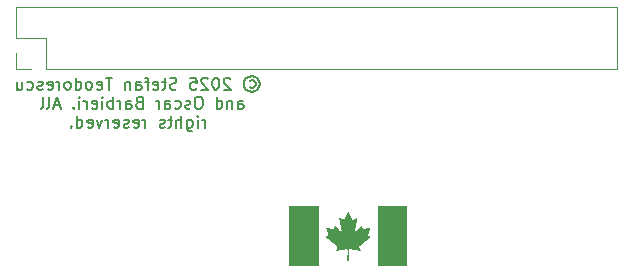
<source format=gbo>
G04 #@! TF.GenerationSoftware,KiCad,Pcbnew,9.0.3*
G04 #@! TF.CreationDate,2025-07-11T16:30:41-04:00*
G04 #@! TF.ProjectId,main,6d61696e-2e6b-4696-9361-645f70636258,rev?*
G04 #@! TF.SameCoordinates,Original*
G04 #@! TF.FileFunction,Legend,Bot*
G04 #@! TF.FilePolarity,Positive*
%FSLAX46Y46*%
G04 Gerber Fmt 4.6, Leading zero omitted, Abs format (unit mm)*
G04 Created by KiCad (PCBNEW 9.0.3) date 2025-07-11 16:30:41*
%MOMM*%
%LPD*%
G01*
G04 APERTURE LIST*
%ADD10C,0.150000*%
%ADD11C,0.120000*%
%ADD12C,0.000000*%
G04 APERTURE END LIST*
D10*
X126828572Y-77088026D02*
X126923811Y-77040407D01*
X126923811Y-77040407D02*
X127114287Y-77040407D01*
X127114287Y-77040407D02*
X127209525Y-77088026D01*
X127209525Y-77088026D02*
X127304763Y-77183264D01*
X127304763Y-77183264D02*
X127352382Y-77278502D01*
X127352382Y-77278502D02*
X127352382Y-77468978D01*
X127352382Y-77468978D02*
X127304763Y-77564216D01*
X127304763Y-77564216D02*
X127209525Y-77659454D01*
X127209525Y-77659454D02*
X127114287Y-77707073D01*
X127114287Y-77707073D02*
X126923811Y-77707073D01*
X126923811Y-77707073D02*
X126828572Y-77659454D01*
X127019049Y-76707073D02*
X127257144Y-76754692D01*
X127257144Y-76754692D02*
X127495239Y-76897550D01*
X127495239Y-76897550D02*
X127638096Y-77135645D01*
X127638096Y-77135645D02*
X127685715Y-77373740D01*
X127685715Y-77373740D02*
X127638096Y-77611835D01*
X127638096Y-77611835D02*
X127495239Y-77849931D01*
X127495239Y-77849931D02*
X127257144Y-77992788D01*
X127257144Y-77992788D02*
X127019049Y-78040407D01*
X127019049Y-78040407D02*
X126780953Y-77992788D01*
X126780953Y-77992788D02*
X126542858Y-77849931D01*
X126542858Y-77849931D02*
X126400001Y-77611835D01*
X126400001Y-77611835D02*
X126352382Y-77373740D01*
X126352382Y-77373740D02*
X126400001Y-77135645D01*
X126400001Y-77135645D02*
X126542858Y-76897550D01*
X126542858Y-76897550D02*
X126780953Y-76754692D01*
X126780953Y-76754692D02*
X127019049Y-76707073D01*
X125209524Y-76945169D02*
X125161905Y-76897550D01*
X125161905Y-76897550D02*
X125066667Y-76849931D01*
X125066667Y-76849931D02*
X124828572Y-76849931D01*
X124828572Y-76849931D02*
X124733334Y-76897550D01*
X124733334Y-76897550D02*
X124685715Y-76945169D01*
X124685715Y-76945169D02*
X124638096Y-77040407D01*
X124638096Y-77040407D02*
X124638096Y-77135645D01*
X124638096Y-77135645D02*
X124685715Y-77278502D01*
X124685715Y-77278502D02*
X125257143Y-77849931D01*
X125257143Y-77849931D02*
X124638096Y-77849931D01*
X124019048Y-76849931D02*
X123923810Y-76849931D01*
X123923810Y-76849931D02*
X123828572Y-76897550D01*
X123828572Y-76897550D02*
X123780953Y-76945169D01*
X123780953Y-76945169D02*
X123733334Y-77040407D01*
X123733334Y-77040407D02*
X123685715Y-77230883D01*
X123685715Y-77230883D02*
X123685715Y-77468978D01*
X123685715Y-77468978D02*
X123733334Y-77659454D01*
X123733334Y-77659454D02*
X123780953Y-77754692D01*
X123780953Y-77754692D02*
X123828572Y-77802312D01*
X123828572Y-77802312D02*
X123923810Y-77849931D01*
X123923810Y-77849931D02*
X124019048Y-77849931D01*
X124019048Y-77849931D02*
X124114286Y-77802312D01*
X124114286Y-77802312D02*
X124161905Y-77754692D01*
X124161905Y-77754692D02*
X124209524Y-77659454D01*
X124209524Y-77659454D02*
X124257143Y-77468978D01*
X124257143Y-77468978D02*
X124257143Y-77230883D01*
X124257143Y-77230883D02*
X124209524Y-77040407D01*
X124209524Y-77040407D02*
X124161905Y-76945169D01*
X124161905Y-76945169D02*
X124114286Y-76897550D01*
X124114286Y-76897550D02*
X124019048Y-76849931D01*
X123304762Y-76945169D02*
X123257143Y-76897550D01*
X123257143Y-76897550D02*
X123161905Y-76849931D01*
X123161905Y-76849931D02*
X122923810Y-76849931D01*
X122923810Y-76849931D02*
X122828572Y-76897550D01*
X122828572Y-76897550D02*
X122780953Y-76945169D01*
X122780953Y-76945169D02*
X122733334Y-77040407D01*
X122733334Y-77040407D02*
X122733334Y-77135645D01*
X122733334Y-77135645D02*
X122780953Y-77278502D01*
X122780953Y-77278502D02*
X123352381Y-77849931D01*
X123352381Y-77849931D02*
X122733334Y-77849931D01*
X121828572Y-76849931D02*
X122304762Y-76849931D01*
X122304762Y-76849931D02*
X122352381Y-77326121D01*
X122352381Y-77326121D02*
X122304762Y-77278502D01*
X122304762Y-77278502D02*
X122209524Y-77230883D01*
X122209524Y-77230883D02*
X121971429Y-77230883D01*
X121971429Y-77230883D02*
X121876191Y-77278502D01*
X121876191Y-77278502D02*
X121828572Y-77326121D01*
X121828572Y-77326121D02*
X121780953Y-77421359D01*
X121780953Y-77421359D02*
X121780953Y-77659454D01*
X121780953Y-77659454D02*
X121828572Y-77754692D01*
X121828572Y-77754692D02*
X121876191Y-77802312D01*
X121876191Y-77802312D02*
X121971429Y-77849931D01*
X121971429Y-77849931D02*
X122209524Y-77849931D01*
X122209524Y-77849931D02*
X122304762Y-77802312D01*
X122304762Y-77802312D02*
X122352381Y-77754692D01*
X120638095Y-77802312D02*
X120495238Y-77849931D01*
X120495238Y-77849931D02*
X120257143Y-77849931D01*
X120257143Y-77849931D02*
X120161905Y-77802312D01*
X120161905Y-77802312D02*
X120114286Y-77754692D01*
X120114286Y-77754692D02*
X120066667Y-77659454D01*
X120066667Y-77659454D02*
X120066667Y-77564216D01*
X120066667Y-77564216D02*
X120114286Y-77468978D01*
X120114286Y-77468978D02*
X120161905Y-77421359D01*
X120161905Y-77421359D02*
X120257143Y-77373740D01*
X120257143Y-77373740D02*
X120447619Y-77326121D01*
X120447619Y-77326121D02*
X120542857Y-77278502D01*
X120542857Y-77278502D02*
X120590476Y-77230883D01*
X120590476Y-77230883D02*
X120638095Y-77135645D01*
X120638095Y-77135645D02*
X120638095Y-77040407D01*
X120638095Y-77040407D02*
X120590476Y-76945169D01*
X120590476Y-76945169D02*
X120542857Y-76897550D01*
X120542857Y-76897550D02*
X120447619Y-76849931D01*
X120447619Y-76849931D02*
X120209524Y-76849931D01*
X120209524Y-76849931D02*
X120066667Y-76897550D01*
X119780952Y-77183264D02*
X119400000Y-77183264D01*
X119638095Y-76849931D02*
X119638095Y-77707073D01*
X119638095Y-77707073D02*
X119590476Y-77802312D01*
X119590476Y-77802312D02*
X119495238Y-77849931D01*
X119495238Y-77849931D02*
X119400000Y-77849931D01*
X118685714Y-77802312D02*
X118780952Y-77849931D01*
X118780952Y-77849931D02*
X118971428Y-77849931D01*
X118971428Y-77849931D02*
X119066666Y-77802312D01*
X119066666Y-77802312D02*
X119114285Y-77707073D01*
X119114285Y-77707073D02*
X119114285Y-77326121D01*
X119114285Y-77326121D02*
X119066666Y-77230883D01*
X119066666Y-77230883D02*
X118971428Y-77183264D01*
X118971428Y-77183264D02*
X118780952Y-77183264D01*
X118780952Y-77183264D02*
X118685714Y-77230883D01*
X118685714Y-77230883D02*
X118638095Y-77326121D01*
X118638095Y-77326121D02*
X118638095Y-77421359D01*
X118638095Y-77421359D02*
X119114285Y-77516597D01*
X118352380Y-77183264D02*
X117971428Y-77183264D01*
X118209523Y-77849931D02*
X118209523Y-76992788D01*
X118209523Y-76992788D02*
X118161904Y-76897550D01*
X118161904Y-76897550D02*
X118066666Y-76849931D01*
X118066666Y-76849931D02*
X117971428Y-76849931D01*
X117209523Y-77849931D02*
X117209523Y-77326121D01*
X117209523Y-77326121D02*
X117257142Y-77230883D01*
X117257142Y-77230883D02*
X117352380Y-77183264D01*
X117352380Y-77183264D02*
X117542856Y-77183264D01*
X117542856Y-77183264D02*
X117638094Y-77230883D01*
X117209523Y-77802312D02*
X117304761Y-77849931D01*
X117304761Y-77849931D02*
X117542856Y-77849931D01*
X117542856Y-77849931D02*
X117638094Y-77802312D01*
X117638094Y-77802312D02*
X117685713Y-77707073D01*
X117685713Y-77707073D02*
X117685713Y-77611835D01*
X117685713Y-77611835D02*
X117638094Y-77516597D01*
X117638094Y-77516597D02*
X117542856Y-77468978D01*
X117542856Y-77468978D02*
X117304761Y-77468978D01*
X117304761Y-77468978D02*
X117209523Y-77421359D01*
X116733332Y-77183264D02*
X116733332Y-77849931D01*
X116733332Y-77278502D02*
X116685713Y-77230883D01*
X116685713Y-77230883D02*
X116590475Y-77183264D01*
X116590475Y-77183264D02*
X116447618Y-77183264D01*
X116447618Y-77183264D02*
X116352380Y-77230883D01*
X116352380Y-77230883D02*
X116304761Y-77326121D01*
X116304761Y-77326121D02*
X116304761Y-77849931D01*
X115209522Y-76849931D02*
X114638094Y-76849931D01*
X114923808Y-77849931D02*
X114923808Y-76849931D01*
X113923808Y-77802312D02*
X114019046Y-77849931D01*
X114019046Y-77849931D02*
X114209522Y-77849931D01*
X114209522Y-77849931D02*
X114304760Y-77802312D01*
X114304760Y-77802312D02*
X114352379Y-77707073D01*
X114352379Y-77707073D02*
X114352379Y-77326121D01*
X114352379Y-77326121D02*
X114304760Y-77230883D01*
X114304760Y-77230883D02*
X114209522Y-77183264D01*
X114209522Y-77183264D02*
X114019046Y-77183264D01*
X114019046Y-77183264D02*
X113923808Y-77230883D01*
X113923808Y-77230883D02*
X113876189Y-77326121D01*
X113876189Y-77326121D02*
X113876189Y-77421359D01*
X113876189Y-77421359D02*
X114352379Y-77516597D01*
X113304760Y-77849931D02*
X113399998Y-77802312D01*
X113399998Y-77802312D02*
X113447617Y-77754692D01*
X113447617Y-77754692D02*
X113495236Y-77659454D01*
X113495236Y-77659454D02*
X113495236Y-77373740D01*
X113495236Y-77373740D02*
X113447617Y-77278502D01*
X113447617Y-77278502D02*
X113399998Y-77230883D01*
X113399998Y-77230883D02*
X113304760Y-77183264D01*
X113304760Y-77183264D02*
X113161903Y-77183264D01*
X113161903Y-77183264D02*
X113066665Y-77230883D01*
X113066665Y-77230883D02*
X113019046Y-77278502D01*
X113019046Y-77278502D02*
X112971427Y-77373740D01*
X112971427Y-77373740D02*
X112971427Y-77659454D01*
X112971427Y-77659454D02*
X113019046Y-77754692D01*
X113019046Y-77754692D02*
X113066665Y-77802312D01*
X113066665Y-77802312D02*
X113161903Y-77849931D01*
X113161903Y-77849931D02*
X113304760Y-77849931D01*
X112114284Y-77849931D02*
X112114284Y-76849931D01*
X112114284Y-77802312D02*
X112209522Y-77849931D01*
X112209522Y-77849931D02*
X112399998Y-77849931D01*
X112399998Y-77849931D02*
X112495236Y-77802312D01*
X112495236Y-77802312D02*
X112542855Y-77754692D01*
X112542855Y-77754692D02*
X112590474Y-77659454D01*
X112590474Y-77659454D02*
X112590474Y-77373740D01*
X112590474Y-77373740D02*
X112542855Y-77278502D01*
X112542855Y-77278502D02*
X112495236Y-77230883D01*
X112495236Y-77230883D02*
X112399998Y-77183264D01*
X112399998Y-77183264D02*
X112209522Y-77183264D01*
X112209522Y-77183264D02*
X112114284Y-77230883D01*
X111495236Y-77849931D02*
X111590474Y-77802312D01*
X111590474Y-77802312D02*
X111638093Y-77754692D01*
X111638093Y-77754692D02*
X111685712Y-77659454D01*
X111685712Y-77659454D02*
X111685712Y-77373740D01*
X111685712Y-77373740D02*
X111638093Y-77278502D01*
X111638093Y-77278502D02*
X111590474Y-77230883D01*
X111590474Y-77230883D02*
X111495236Y-77183264D01*
X111495236Y-77183264D02*
X111352379Y-77183264D01*
X111352379Y-77183264D02*
X111257141Y-77230883D01*
X111257141Y-77230883D02*
X111209522Y-77278502D01*
X111209522Y-77278502D02*
X111161903Y-77373740D01*
X111161903Y-77373740D02*
X111161903Y-77659454D01*
X111161903Y-77659454D02*
X111209522Y-77754692D01*
X111209522Y-77754692D02*
X111257141Y-77802312D01*
X111257141Y-77802312D02*
X111352379Y-77849931D01*
X111352379Y-77849931D02*
X111495236Y-77849931D01*
X110733331Y-77849931D02*
X110733331Y-77183264D01*
X110733331Y-77373740D02*
X110685712Y-77278502D01*
X110685712Y-77278502D02*
X110638093Y-77230883D01*
X110638093Y-77230883D02*
X110542855Y-77183264D01*
X110542855Y-77183264D02*
X110447617Y-77183264D01*
X109733331Y-77802312D02*
X109828569Y-77849931D01*
X109828569Y-77849931D02*
X110019045Y-77849931D01*
X110019045Y-77849931D02*
X110114283Y-77802312D01*
X110114283Y-77802312D02*
X110161902Y-77707073D01*
X110161902Y-77707073D02*
X110161902Y-77326121D01*
X110161902Y-77326121D02*
X110114283Y-77230883D01*
X110114283Y-77230883D02*
X110019045Y-77183264D01*
X110019045Y-77183264D02*
X109828569Y-77183264D01*
X109828569Y-77183264D02*
X109733331Y-77230883D01*
X109733331Y-77230883D02*
X109685712Y-77326121D01*
X109685712Y-77326121D02*
X109685712Y-77421359D01*
X109685712Y-77421359D02*
X110161902Y-77516597D01*
X109304759Y-77802312D02*
X109209521Y-77849931D01*
X109209521Y-77849931D02*
X109019045Y-77849931D01*
X109019045Y-77849931D02*
X108923807Y-77802312D01*
X108923807Y-77802312D02*
X108876188Y-77707073D01*
X108876188Y-77707073D02*
X108876188Y-77659454D01*
X108876188Y-77659454D02*
X108923807Y-77564216D01*
X108923807Y-77564216D02*
X109019045Y-77516597D01*
X109019045Y-77516597D02*
X109161902Y-77516597D01*
X109161902Y-77516597D02*
X109257140Y-77468978D01*
X109257140Y-77468978D02*
X109304759Y-77373740D01*
X109304759Y-77373740D02*
X109304759Y-77326121D01*
X109304759Y-77326121D02*
X109257140Y-77230883D01*
X109257140Y-77230883D02*
X109161902Y-77183264D01*
X109161902Y-77183264D02*
X109019045Y-77183264D01*
X109019045Y-77183264D02*
X108923807Y-77230883D01*
X108019045Y-77802312D02*
X108114283Y-77849931D01*
X108114283Y-77849931D02*
X108304759Y-77849931D01*
X108304759Y-77849931D02*
X108399997Y-77802312D01*
X108399997Y-77802312D02*
X108447616Y-77754692D01*
X108447616Y-77754692D02*
X108495235Y-77659454D01*
X108495235Y-77659454D02*
X108495235Y-77373740D01*
X108495235Y-77373740D02*
X108447616Y-77278502D01*
X108447616Y-77278502D02*
X108399997Y-77230883D01*
X108399997Y-77230883D02*
X108304759Y-77183264D01*
X108304759Y-77183264D02*
X108114283Y-77183264D01*
X108114283Y-77183264D02*
X108019045Y-77230883D01*
X107161902Y-77183264D02*
X107161902Y-77849931D01*
X107590473Y-77183264D02*
X107590473Y-77707073D01*
X107590473Y-77707073D02*
X107542854Y-77802312D01*
X107542854Y-77802312D02*
X107447616Y-77849931D01*
X107447616Y-77849931D02*
X107304759Y-77849931D01*
X107304759Y-77849931D02*
X107209521Y-77802312D01*
X107209521Y-77802312D02*
X107161902Y-77754692D01*
X125852382Y-79459875D02*
X125852382Y-78936065D01*
X125852382Y-78936065D02*
X125900001Y-78840827D01*
X125900001Y-78840827D02*
X125995239Y-78793208D01*
X125995239Y-78793208D02*
X126185715Y-78793208D01*
X126185715Y-78793208D02*
X126280953Y-78840827D01*
X125852382Y-79412256D02*
X125947620Y-79459875D01*
X125947620Y-79459875D02*
X126185715Y-79459875D01*
X126185715Y-79459875D02*
X126280953Y-79412256D01*
X126280953Y-79412256D02*
X126328572Y-79317017D01*
X126328572Y-79317017D02*
X126328572Y-79221779D01*
X126328572Y-79221779D02*
X126280953Y-79126541D01*
X126280953Y-79126541D02*
X126185715Y-79078922D01*
X126185715Y-79078922D02*
X125947620Y-79078922D01*
X125947620Y-79078922D02*
X125852382Y-79031303D01*
X125376191Y-78793208D02*
X125376191Y-79459875D01*
X125376191Y-78888446D02*
X125328572Y-78840827D01*
X125328572Y-78840827D02*
X125233334Y-78793208D01*
X125233334Y-78793208D02*
X125090477Y-78793208D01*
X125090477Y-78793208D02*
X124995239Y-78840827D01*
X124995239Y-78840827D02*
X124947620Y-78936065D01*
X124947620Y-78936065D02*
X124947620Y-79459875D01*
X124042858Y-79459875D02*
X124042858Y-78459875D01*
X124042858Y-79412256D02*
X124138096Y-79459875D01*
X124138096Y-79459875D02*
X124328572Y-79459875D01*
X124328572Y-79459875D02*
X124423810Y-79412256D01*
X124423810Y-79412256D02*
X124471429Y-79364636D01*
X124471429Y-79364636D02*
X124519048Y-79269398D01*
X124519048Y-79269398D02*
X124519048Y-78983684D01*
X124519048Y-78983684D02*
X124471429Y-78888446D01*
X124471429Y-78888446D02*
X124423810Y-78840827D01*
X124423810Y-78840827D02*
X124328572Y-78793208D01*
X124328572Y-78793208D02*
X124138096Y-78793208D01*
X124138096Y-78793208D02*
X124042858Y-78840827D01*
X122614286Y-78459875D02*
X122423810Y-78459875D01*
X122423810Y-78459875D02*
X122328572Y-78507494D01*
X122328572Y-78507494D02*
X122233334Y-78602732D01*
X122233334Y-78602732D02*
X122185715Y-78793208D01*
X122185715Y-78793208D02*
X122185715Y-79126541D01*
X122185715Y-79126541D02*
X122233334Y-79317017D01*
X122233334Y-79317017D02*
X122328572Y-79412256D01*
X122328572Y-79412256D02*
X122423810Y-79459875D01*
X122423810Y-79459875D02*
X122614286Y-79459875D01*
X122614286Y-79459875D02*
X122709524Y-79412256D01*
X122709524Y-79412256D02*
X122804762Y-79317017D01*
X122804762Y-79317017D02*
X122852381Y-79126541D01*
X122852381Y-79126541D02*
X122852381Y-78793208D01*
X122852381Y-78793208D02*
X122804762Y-78602732D01*
X122804762Y-78602732D02*
X122709524Y-78507494D01*
X122709524Y-78507494D02*
X122614286Y-78459875D01*
X121804762Y-79412256D02*
X121709524Y-79459875D01*
X121709524Y-79459875D02*
X121519048Y-79459875D01*
X121519048Y-79459875D02*
X121423810Y-79412256D01*
X121423810Y-79412256D02*
X121376191Y-79317017D01*
X121376191Y-79317017D02*
X121376191Y-79269398D01*
X121376191Y-79269398D02*
X121423810Y-79174160D01*
X121423810Y-79174160D02*
X121519048Y-79126541D01*
X121519048Y-79126541D02*
X121661905Y-79126541D01*
X121661905Y-79126541D02*
X121757143Y-79078922D01*
X121757143Y-79078922D02*
X121804762Y-78983684D01*
X121804762Y-78983684D02*
X121804762Y-78936065D01*
X121804762Y-78936065D02*
X121757143Y-78840827D01*
X121757143Y-78840827D02*
X121661905Y-78793208D01*
X121661905Y-78793208D02*
X121519048Y-78793208D01*
X121519048Y-78793208D02*
X121423810Y-78840827D01*
X120519048Y-79412256D02*
X120614286Y-79459875D01*
X120614286Y-79459875D02*
X120804762Y-79459875D01*
X120804762Y-79459875D02*
X120900000Y-79412256D01*
X120900000Y-79412256D02*
X120947619Y-79364636D01*
X120947619Y-79364636D02*
X120995238Y-79269398D01*
X120995238Y-79269398D02*
X120995238Y-78983684D01*
X120995238Y-78983684D02*
X120947619Y-78888446D01*
X120947619Y-78888446D02*
X120900000Y-78840827D01*
X120900000Y-78840827D02*
X120804762Y-78793208D01*
X120804762Y-78793208D02*
X120614286Y-78793208D01*
X120614286Y-78793208D02*
X120519048Y-78840827D01*
X119661905Y-79459875D02*
X119661905Y-78936065D01*
X119661905Y-78936065D02*
X119709524Y-78840827D01*
X119709524Y-78840827D02*
X119804762Y-78793208D01*
X119804762Y-78793208D02*
X119995238Y-78793208D01*
X119995238Y-78793208D02*
X120090476Y-78840827D01*
X119661905Y-79412256D02*
X119757143Y-79459875D01*
X119757143Y-79459875D02*
X119995238Y-79459875D01*
X119995238Y-79459875D02*
X120090476Y-79412256D01*
X120090476Y-79412256D02*
X120138095Y-79317017D01*
X120138095Y-79317017D02*
X120138095Y-79221779D01*
X120138095Y-79221779D02*
X120090476Y-79126541D01*
X120090476Y-79126541D02*
X119995238Y-79078922D01*
X119995238Y-79078922D02*
X119757143Y-79078922D01*
X119757143Y-79078922D02*
X119661905Y-79031303D01*
X119185714Y-79459875D02*
X119185714Y-78793208D01*
X119185714Y-78983684D02*
X119138095Y-78888446D01*
X119138095Y-78888446D02*
X119090476Y-78840827D01*
X119090476Y-78840827D02*
X118995238Y-78793208D01*
X118995238Y-78793208D02*
X118900000Y-78793208D01*
X117471428Y-78936065D02*
X117328571Y-78983684D01*
X117328571Y-78983684D02*
X117280952Y-79031303D01*
X117280952Y-79031303D02*
X117233333Y-79126541D01*
X117233333Y-79126541D02*
X117233333Y-79269398D01*
X117233333Y-79269398D02*
X117280952Y-79364636D01*
X117280952Y-79364636D02*
X117328571Y-79412256D01*
X117328571Y-79412256D02*
X117423809Y-79459875D01*
X117423809Y-79459875D02*
X117804761Y-79459875D01*
X117804761Y-79459875D02*
X117804761Y-78459875D01*
X117804761Y-78459875D02*
X117471428Y-78459875D01*
X117471428Y-78459875D02*
X117376190Y-78507494D01*
X117376190Y-78507494D02*
X117328571Y-78555113D01*
X117328571Y-78555113D02*
X117280952Y-78650351D01*
X117280952Y-78650351D02*
X117280952Y-78745589D01*
X117280952Y-78745589D02*
X117328571Y-78840827D01*
X117328571Y-78840827D02*
X117376190Y-78888446D01*
X117376190Y-78888446D02*
X117471428Y-78936065D01*
X117471428Y-78936065D02*
X117804761Y-78936065D01*
X116376190Y-79459875D02*
X116376190Y-78936065D01*
X116376190Y-78936065D02*
X116423809Y-78840827D01*
X116423809Y-78840827D02*
X116519047Y-78793208D01*
X116519047Y-78793208D02*
X116709523Y-78793208D01*
X116709523Y-78793208D02*
X116804761Y-78840827D01*
X116376190Y-79412256D02*
X116471428Y-79459875D01*
X116471428Y-79459875D02*
X116709523Y-79459875D01*
X116709523Y-79459875D02*
X116804761Y-79412256D01*
X116804761Y-79412256D02*
X116852380Y-79317017D01*
X116852380Y-79317017D02*
X116852380Y-79221779D01*
X116852380Y-79221779D02*
X116804761Y-79126541D01*
X116804761Y-79126541D02*
X116709523Y-79078922D01*
X116709523Y-79078922D02*
X116471428Y-79078922D01*
X116471428Y-79078922D02*
X116376190Y-79031303D01*
X115899999Y-79459875D02*
X115899999Y-78793208D01*
X115899999Y-78983684D02*
X115852380Y-78888446D01*
X115852380Y-78888446D02*
X115804761Y-78840827D01*
X115804761Y-78840827D02*
X115709523Y-78793208D01*
X115709523Y-78793208D02*
X115614285Y-78793208D01*
X115280951Y-79459875D02*
X115280951Y-78459875D01*
X115280951Y-78840827D02*
X115185713Y-78793208D01*
X115185713Y-78793208D02*
X114995237Y-78793208D01*
X114995237Y-78793208D02*
X114899999Y-78840827D01*
X114899999Y-78840827D02*
X114852380Y-78888446D01*
X114852380Y-78888446D02*
X114804761Y-78983684D01*
X114804761Y-78983684D02*
X114804761Y-79269398D01*
X114804761Y-79269398D02*
X114852380Y-79364636D01*
X114852380Y-79364636D02*
X114899999Y-79412256D01*
X114899999Y-79412256D02*
X114995237Y-79459875D01*
X114995237Y-79459875D02*
X115185713Y-79459875D01*
X115185713Y-79459875D02*
X115280951Y-79412256D01*
X114376189Y-79459875D02*
X114376189Y-78793208D01*
X114376189Y-78459875D02*
X114423808Y-78507494D01*
X114423808Y-78507494D02*
X114376189Y-78555113D01*
X114376189Y-78555113D02*
X114328570Y-78507494D01*
X114328570Y-78507494D02*
X114376189Y-78459875D01*
X114376189Y-78459875D02*
X114376189Y-78555113D01*
X113519047Y-79412256D02*
X113614285Y-79459875D01*
X113614285Y-79459875D02*
X113804761Y-79459875D01*
X113804761Y-79459875D02*
X113899999Y-79412256D01*
X113899999Y-79412256D02*
X113947618Y-79317017D01*
X113947618Y-79317017D02*
X113947618Y-78936065D01*
X113947618Y-78936065D02*
X113899999Y-78840827D01*
X113899999Y-78840827D02*
X113804761Y-78793208D01*
X113804761Y-78793208D02*
X113614285Y-78793208D01*
X113614285Y-78793208D02*
X113519047Y-78840827D01*
X113519047Y-78840827D02*
X113471428Y-78936065D01*
X113471428Y-78936065D02*
X113471428Y-79031303D01*
X113471428Y-79031303D02*
X113947618Y-79126541D01*
X113042856Y-79459875D02*
X113042856Y-78793208D01*
X113042856Y-78983684D02*
X112995237Y-78888446D01*
X112995237Y-78888446D02*
X112947618Y-78840827D01*
X112947618Y-78840827D02*
X112852380Y-78793208D01*
X112852380Y-78793208D02*
X112757142Y-78793208D01*
X112423808Y-79459875D02*
X112423808Y-78793208D01*
X112423808Y-78459875D02*
X112471427Y-78507494D01*
X112471427Y-78507494D02*
X112423808Y-78555113D01*
X112423808Y-78555113D02*
X112376189Y-78507494D01*
X112376189Y-78507494D02*
X112423808Y-78459875D01*
X112423808Y-78459875D02*
X112423808Y-78555113D01*
X111947618Y-79364636D02*
X111899999Y-79412256D01*
X111899999Y-79412256D02*
X111947618Y-79459875D01*
X111947618Y-79459875D02*
X111995237Y-79412256D01*
X111995237Y-79412256D02*
X111947618Y-79364636D01*
X111947618Y-79364636D02*
X111947618Y-79459875D01*
X110757142Y-79174160D02*
X110280952Y-79174160D01*
X110852380Y-79459875D02*
X110519047Y-78459875D01*
X110519047Y-78459875D02*
X110185714Y-79459875D01*
X109709523Y-79459875D02*
X109804761Y-79412256D01*
X109804761Y-79412256D02*
X109852380Y-79317017D01*
X109852380Y-79317017D02*
X109852380Y-78459875D01*
X109185713Y-79459875D02*
X109280951Y-79412256D01*
X109280951Y-79412256D02*
X109328570Y-79317017D01*
X109328570Y-79317017D02*
X109328570Y-78459875D01*
X123066667Y-81069819D02*
X123066667Y-80403152D01*
X123066667Y-80593628D02*
X123019048Y-80498390D01*
X123019048Y-80498390D02*
X122971429Y-80450771D01*
X122971429Y-80450771D02*
X122876191Y-80403152D01*
X122876191Y-80403152D02*
X122780953Y-80403152D01*
X122447619Y-81069819D02*
X122447619Y-80403152D01*
X122447619Y-80069819D02*
X122495238Y-80117438D01*
X122495238Y-80117438D02*
X122447619Y-80165057D01*
X122447619Y-80165057D02*
X122400000Y-80117438D01*
X122400000Y-80117438D02*
X122447619Y-80069819D01*
X122447619Y-80069819D02*
X122447619Y-80165057D01*
X121542858Y-80403152D02*
X121542858Y-81212676D01*
X121542858Y-81212676D02*
X121590477Y-81307914D01*
X121590477Y-81307914D02*
X121638096Y-81355533D01*
X121638096Y-81355533D02*
X121733334Y-81403152D01*
X121733334Y-81403152D02*
X121876191Y-81403152D01*
X121876191Y-81403152D02*
X121971429Y-81355533D01*
X121542858Y-81022200D02*
X121638096Y-81069819D01*
X121638096Y-81069819D02*
X121828572Y-81069819D01*
X121828572Y-81069819D02*
X121923810Y-81022200D01*
X121923810Y-81022200D02*
X121971429Y-80974580D01*
X121971429Y-80974580D02*
X122019048Y-80879342D01*
X122019048Y-80879342D02*
X122019048Y-80593628D01*
X122019048Y-80593628D02*
X121971429Y-80498390D01*
X121971429Y-80498390D02*
X121923810Y-80450771D01*
X121923810Y-80450771D02*
X121828572Y-80403152D01*
X121828572Y-80403152D02*
X121638096Y-80403152D01*
X121638096Y-80403152D02*
X121542858Y-80450771D01*
X121066667Y-81069819D02*
X121066667Y-80069819D01*
X120638096Y-81069819D02*
X120638096Y-80546009D01*
X120638096Y-80546009D02*
X120685715Y-80450771D01*
X120685715Y-80450771D02*
X120780953Y-80403152D01*
X120780953Y-80403152D02*
X120923810Y-80403152D01*
X120923810Y-80403152D02*
X121019048Y-80450771D01*
X121019048Y-80450771D02*
X121066667Y-80498390D01*
X120304762Y-80403152D02*
X119923810Y-80403152D01*
X120161905Y-80069819D02*
X120161905Y-80926961D01*
X120161905Y-80926961D02*
X120114286Y-81022200D01*
X120114286Y-81022200D02*
X120019048Y-81069819D01*
X120019048Y-81069819D02*
X119923810Y-81069819D01*
X119638095Y-81022200D02*
X119542857Y-81069819D01*
X119542857Y-81069819D02*
X119352381Y-81069819D01*
X119352381Y-81069819D02*
X119257143Y-81022200D01*
X119257143Y-81022200D02*
X119209524Y-80926961D01*
X119209524Y-80926961D02*
X119209524Y-80879342D01*
X119209524Y-80879342D02*
X119257143Y-80784104D01*
X119257143Y-80784104D02*
X119352381Y-80736485D01*
X119352381Y-80736485D02*
X119495238Y-80736485D01*
X119495238Y-80736485D02*
X119590476Y-80688866D01*
X119590476Y-80688866D02*
X119638095Y-80593628D01*
X119638095Y-80593628D02*
X119638095Y-80546009D01*
X119638095Y-80546009D02*
X119590476Y-80450771D01*
X119590476Y-80450771D02*
X119495238Y-80403152D01*
X119495238Y-80403152D02*
X119352381Y-80403152D01*
X119352381Y-80403152D02*
X119257143Y-80450771D01*
X118019047Y-81069819D02*
X118019047Y-80403152D01*
X118019047Y-80593628D02*
X117971428Y-80498390D01*
X117971428Y-80498390D02*
X117923809Y-80450771D01*
X117923809Y-80450771D02*
X117828571Y-80403152D01*
X117828571Y-80403152D02*
X117733333Y-80403152D01*
X117019047Y-81022200D02*
X117114285Y-81069819D01*
X117114285Y-81069819D02*
X117304761Y-81069819D01*
X117304761Y-81069819D02*
X117399999Y-81022200D01*
X117399999Y-81022200D02*
X117447618Y-80926961D01*
X117447618Y-80926961D02*
X117447618Y-80546009D01*
X117447618Y-80546009D02*
X117399999Y-80450771D01*
X117399999Y-80450771D02*
X117304761Y-80403152D01*
X117304761Y-80403152D02*
X117114285Y-80403152D01*
X117114285Y-80403152D02*
X117019047Y-80450771D01*
X117019047Y-80450771D02*
X116971428Y-80546009D01*
X116971428Y-80546009D02*
X116971428Y-80641247D01*
X116971428Y-80641247D02*
X117447618Y-80736485D01*
X116590475Y-81022200D02*
X116495237Y-81069819D01*
X116495237Y-81069819D02*
X116304761Y-81069819D01*
X116304761Y-81069819D02*
X116209523Y-81022200D01*
X116209523Y-81022200D02*
X116161904Y-80926961D01*
X116161904Y-80926961D02*
X116161904Y-80879342D01*
X116161904Y-80879342D02*
X116209523Y-80784104D01*
X116209523Y-80784104D02*
X116304761Y-80736485D01*
X116304761Y-80736485D02*
X116447618Y-80736485D01*
X116447618Y-80736485D02*
X116542856Y-80688866D01*
X116542856Y-80688866D02*
X116590475Y-80593628D01*
X116590475Y-80593628D02*
X116590475Y-80546009D01*
X116590475Y-80546009D02*
X116542856Y-80450771D01*
X116542856Y-80450771D02*
X116447618Y-80403152D01*
X116447618Y-80403152D02*
X116304761Y-80403152D01*
X116304761Y-80403152D02*
X116209523Y-80450771D01*
X115352380Y-81022200D02*
X115447618Y-81069819D01*
X115447618Y-81069819D02*
X115638094Y-81069819D01*
X115638094Y-81069819D02*
X115733332Y-81022200D01*
X115733332Y-81022200D02*
X115780951Y-80926961D01*
X115780951Y-80926961D02*
X115780951Y-80546009D01*
X115780951Y-80546009D02*
X115733332Y-80450771D01*
X115733332Y-80450771D02*
X115638094Y-80403152D01*
X115638094Y-80403152D02*
X115447618Y-80403152D01*
X115447618Y-80403152D02*
X115352380Y-80450771D01*
X115352380Y-80450771D02*
X115304761Y-80546009D01*
X115304761Y-80546009D02*
X115304761Y-80641247D01*
X115304761Y-80641247D02*
X115780951Y-80736485D01*
X114876189Y-81069819D02*
X114876189Y-80403152D01*
X114876189Y-80593628D02*
X114828570Y-80498390D01*
X114828570Y-80498390D02*
X114780951Y-80450771D01*
X114780951Y-80450771D02*
X114685713Y-80403152D01*
X114685713Y-80403152D02*
X114590475Y-80403152D01*
X114352379Y-80403152D02*
X114114284Y-81069819D01*
X114114284Y-81069819D02*
X113876189Y-80403152D01*
X113114284Y-81022200D02*
X113209522Y-81069819D01*
X113209522Y-81069819D02*
X113399998Y-81069819D01*
X113399998Y-81069819D02*
X113495236Y-81022200D01*
X113495236Y-81022200D02*
X113542855Y-80926961D01*
X113542855Y-80926961D02*
X113542855Y-80546009D01*
X113542855Y-80546009D02*
X113495236Y-80450771D01*
X113495236Y-80450771D02*
X113399998Y-80403152D01*
X113399998Y-80403152D02*
X113209522Y-80403152D01*
X113209522Y-80403152D02*
X113114284Y-80450771D01*
X113114284Y-80450771D02*
X113066665Y-80546009D01*
X113066665Y-80546009D02*
X113066665Y-80641247D01*
X113066665Y-80641247D02*
X113542855Y-80736485D01*
X112209522Y-81069819D02*
X112209522Y-80069819D01*
X112209522Y-81022200D02*
X112304760Y-81069819D01*
X112304760Y-81069819D02*
X112495236Y-81069819D01*
X112495236Y-81069819D02*
X112590474Y-81022200D01*
X112590474Y-81022200D02*
X112638093Y-80974580D01*
X112638093Y-80974580D02*
X112685712Y-80879342D01*
X112685712Y-80879342D02*
X112685712Y-80593628D01*
X112685712Y-80593628D02*
X112638093Y-80498390D01*
X112638093Y-80498390D02*
X112590474Y-80450771D01*
X112590474Y-80450771D02*
X112495236Y-80403152D01*
X112495236Y-80403152D02*
X112304760Y-80403152D01*
X112304760Y-80403152D02*
X112209522Y-80450771D01*
X111733331Y-80974580D02*
X111685712Y-81022200D01*
X111685712Y-81022200D02*
X111733331Y-81069819D01*
X111733331Y-81069819D02*
X111780950Y-81022200D01*
X111780950Y-81022200D02*
X111733331Y-80974580D01*
X111733331Y-80974580D02*
X111733331Y-81069819D01*
D11*
X107040000Y-70900000D02*
X107040000Y-73500000D01*
X107040000Y-70900000D02*
X157960000Y-70900000D01*
X107040000Y-73500000D02*
X109640000Y-73500000D01*
X107040000Y-74770000D02*
X107040000Y-76100000D01*
X107040000Y-76100000D02*
X108370000Y-76100000D01*
X109640000Y-73500000D02*
X109640000Y-76100000D01*
X109640000Y-76100000D02*
X157960000Y-76100000D01*
X157960000Y-70900000D02*
X157960000Y-76100000D01*
D12*
G36*
X132689386Y-90250000D02*
G01*
X132689386Y-92750615D01*
X131439078Y-92750615D01*
X130188770Y-92750615D01*
X130188770Y-90250000D01*
X130188770Y-87749385D01*
X131439078Y-87749385D01*
X132689386Y-87749385D01*
X132689386Y-90250000D01*
G37*
G36*
X140191231Y-90250000D02*
G01*
X140191231Y-92750615D01*
X138940924Y-92750615D01*
X137690616Y-92750615D01*
X137690616Y-90250000D01*
X137690616Y-87749385D01*
X138940924Y-87749385D01*
X140191231Y-87749385D01*
X140191231Y-90250000D01*
G37*
G36*
X135190112Y-88174837D02*
G01*
X135194077Y-88181556D01*
X135203136Y-88198362D01*
X135216799Y-88224305D01*
X135234572Y-88258434D01*
X135255964Y-88299796D01*
X135280483Y-88347442D01*
X135307636Y-88400420D01*
X135336932Y-88457780D01*
X135367879Y-88518569D01*
X135381034Y-88544426D01*
X135420420Y-88621472D01*
X135454563Y-88687643D01*
X135483620Y-88743227D01*
X135507748Y-88788515D01*
X135527100Y-88823796D01*
X135541834Y-88849362D01*
X135552105Y-88865500D01*
X135558069Y-88872503D01*
X135564665Y-88876549D01*
X135574822Y-88881091D01*
X135585833Y-88883007D01*
X135598929Y-88881824D01*
X135615347Y-88877064D01*
X135636319Y-88868254D01*
X135663079Y-88854917D01*
X135696862Y-88836579D01*
X135738901Y-88812763D01*
X135790430Y-88782995D01*
X135813975Y-88769407D01*
X135854009Y-88746677D01*
X135889749Y-88726861D01*
X135919902Y-88710646D01*
X135943175Y-88698725D01*
X135958271Y-88691786D01*
X135963899Y-88690519D01*
X135963356Y-88695331D01*
X135960648Y-88711672D01*
X135955845Y-88738660D01*
X135949118Y-88775398D01*
X135940634Y-88820989D01*
X135930563Y-88874534D01*
X135919073Y-88935137D01*
X135906334Y-89001900D01*
X135892515Y-89073925D01*
X135877785Y-89150315D01*
X135862311Y-89230173D01*
X135850294Y-89292217D01*
X135835275Y-89370246D01*
X135821099Y-89444439D01*
X135807939Y-89513858D01*
X135795969Y-89577568D01*
X135785364Y-89634630D01*
X135776298Y-89684108D01*
X135768943Y-89725064D01*
X135763474Y-89756563D01*
X135760066Y-89777667D01*
X135758891Y-89787438D01*
X135758982Y-89791767D01*
X135763615Y-89812938D01*
X135777133Y-89832611D01*
X135789574Y-89844747D01*
X135803615Y-89851429D01*
X135823516Y-89853027D01*
X135831460Y-89852819D01*
X135851971Y-89848612D01*
X135868620Y-89837398D01*
X135869201Y-89836850D01*
X135877900Y-89828032D01*
X135894098Y-89811149D01*
X135916901Y-89787150D01*
X135945414Y-89756982D01*
X135978743Y-89721594D01*
X136015993Y-89681934D01*
X136056269Y-89638949D01*
X136098677Y-89593588D01*
X136107548Y-89584092D01*
X136148879Y-89539946D01*
X136187432Y-89498920D01*
X136222387Y-89461875D01*
X136252924Y-89429674D01*
X136278224Y-89403179D01*
X136297467Y-89383253D01*
X136309834Y-89370757D01*
X136314505Y-89366554D01*
X136315552Y-89368224D01*
X136320879Y-89379356D01*
X136329949Y-89399526D01*
X136342035Y-89427092D01*
X136356415Y-89460410D01*
X136372364Y-89497836D01*
X136376977Y-89508706D01*
X136396373Y-89553627D01*
X136412302Y-89588442D01*
X136425672Y-89614416D01*
X136437394Y-89632814D01*
X136448377Y-89644902D01*
X136459529Y-89651947D01*
X136471761Y-89655212D01*
X136485981Y-89655964D01*
X136492423Y-89655361D01*
X136511342Y-89652411D01*
X136540159Y-89647249D01*
X136577486Y-89640146D01*
X136621937Y-89631372D01*
X136672122Y-89621199D01*
X136726653Y-89609898D01*
X136784143Y-89597739D01*
X136826558Y-89588740D01*
X136880186Y-89577541D01*
X136929020Y-89567547D01*
X136971821Y-89559001D01*
X137007354Y-89552145D01*
X137034380Y-89547220D01*
X137051664Y-89544470D01*
X137057967Y-89544136D01*
X137057950Y-89544660D01*
X137055584Y-89553897D01*
X137049760Y-89573605D01*
X137040838Y-89602640D01*
X137029178Y-89639861D01*
X137015139Y-89684123D01*
X136999083Y-89734285D01*
X136981368Y-89789203D01*
X136962355Y-89847733D01*
X136951048Y-89882492D01*
X136929097Y-89950485D01*
X136910896Y-90007719D01*
X136896228Y-90054922D01*
X136884879Y-90092827D01*
X136876631Y-90122163D01*
X136871269Y-90143663D01*
X136868577Y-90158055D01*
X136868340Y-90166072D01*
X136871447Y-90176912D01*
X136878412Y-90188621D01*
X136890281Y-90200360D01*
X136908393Y-90213052D01*
X136934091Y-90227620D01*
X136968715Y-90244987D01*
X137013606Y-90266076D01*
X137015532Y-90266964D01*
X137048825Y-90282555D01*
X137077634Y-90296476D01*
X137100232Y-90307858D01*
X137114891Y-90315832D01*
X137119882Y-90319529D01*
X137118095Y-90321212D01*
X137107710Y-90329995D01*
X137088637Y-90345782D01*
X137061531Y-90368038D01*
X137027048Y-90396231D01*
X136985842Y-90429827D01*
X136938568Y-90468294D01*
X136885881Y-90511097D01*
X136828437Y-90557704D01*
X136766889Y-90607582D01*
X136701894Y-90660196D01*
X136634106Y-90715014D01*
X136596321Y-90745579D01*
X136529502Y-90799754D01*
X136465631Y-90851696D01*
X136405388Y-90900844D01*
X136349451Y-90946639D01*
X136298499Y-90988518D01*
X136253213Y-91025924D01*
X136214273Y-91058294D01*
X136182356Y-91085068D01*
X136158143Y-91105687D01*
X136142313Y-91119589D01*
X136135546Y-91126215D01*
X136134003Y-91128463D01*
X136125111Y-91146149D01*
X136121484Y-91162086D01*
X136121546Y-91162990D01*
X136124322Y-91174745D01*
X136130818Y-91196282D01*
X136140483Y-91225945D01*
X136152768Y-91262080D01*
X136167123Y-91303031D01*
X136182997Y-91347145D01*
X136186634Y-91357132D01*
X136202042Y-91399600D01*
X136215787Y-91437736D01*
X136227343Y-91470059D01*
X136236180Y-91495087D01*
X136241773Y-91511338D01*
X136243593Y-91517331D01*
X136239130Y-91516762D01*
X136223301Y-91514217D01*
X136196962Y-91509804D01*
X136161089Y-91503691D01*
X136116654Y-91496047D01*
X136064635Y-91487040D01*
X136006004Y-91476839D01*
X135941738Y-91465611D01*
X135872810Y-91453525D01*
X135800196Y-91440750D01*
X135742266Y-91430581D01*
X135671171Y-91418214D01*
X135603973Y-91406647D01*
X135541725Y-91396055D01*
X135485478Y-91386614D01*
X135436283Y-91378497D01*
X135395190Y-91371880D01*
X135363252Y-91366938D01*
X135341520Y-91363844D01*
X135331045Y-91362774D01*
X135325292Y-91362957D01*
X135294440Y-91370891D01*
X135268203Y-91389890D01*
X135247916Y-91419049D01*
X135233939Y-91447175D01*
X135255460Y-91866025D01*
X135257030Y-91896503D01*
X135260726Y-91967847D01*
X135264286Y-92035916D01*
X135267646Y-92099556D01*
X135270744Y-92157618D01*
X135273519Y-92208950D01*
X135275909Y-92252400D01*
X135277850Y-92286817D01*
X135279282Y-92311050D01*
X135280143Y-92323948D01*
X135283304Y-92363020D01*
X135190001Y-92363020D01*
X135096698Y-92363020D01*
X135099859Y-92323948D01*
X135101412Y-92302545D01*
X135103459Y-92270285D01*
X135105842Y-92229609D01*
X135108504Y-92181747D01*
X135111384Y-92127929D01*
X135114426Y-92069384D01*
X135117570Y-92007341D01*
X135120759Y-91943030D01*
X135123932Y-91877681D01*
X135127033Y-91812522D01*
X135130003Y-91748784D01*
X135132783Y-91687695D01*
X135135314Y-91630486D01*
X135137539Y-91578386D01*
X135139398Y-91532624D01*
X135140834Y-91494430D01*
X135141787Y-91465033D01*
X135142200Y-91445663D01*
X135142014Y-91437550D01*
X135140119Y-91431430D01*
X135127788Y-91408600D01*
X135109666Y-91387076D01*
X135089964Y-91372144D01*
X135088104Y-91371242D01*
X135068485Y-91365232D01*
X135047000Y-91362774D01*
X135043912Y-91363051D01*
X135029182Y-91365121D01*
X135003975Y-91369037D01*
X134969507Y-91374592D01*
X134926997Y-91381577D01*
X134877659Y-91389783D01*
X134822710Y-91399003D01*
X134763368Y-91409027D01*
X134700848Y-91419647D01*
X134636367Y-91430655D01*
X134571142Y-91441842D01*
X134506390Y-91453001D01*
X134443326Y-91463922D01*
X134383168Y-91474397D01*
X134327131Y-91484218D01*
X134276433Y-91493176D01*
X134232291Y-91501063D01*
X134195920Y-91507670D01*
X134168537Y-91512790D01*
X134151360Y-91516213D01*
X134149982Y-91516502D01*
X134145684Y-91516973D01*
X134142978Y-91515550D01*
X134142198Y-91511002D01*
X134143679Y-91502096D01*
X134147753Y-91487599D01*
X134154757Y-91466279D01*
X134165022Y-91436904D01*
X134178885Y-91398240D01*
X134196679Y-91349056D01*
X134199992Y-91339885D01*
X134215606Y-91296019D01*
X134229602Y-91255653D01*
X134241435Y-91220431D01*
X134250562Y-91191999D01*
X134256437Y-91172002D01*
X134258517Y-91162086D01*
X134258434Y-91160193D01*
X134253863Y-91143534D01*
X134244456Y-91126233D01*
X134241898Y-91123528D01*
X134230065Y-91112837D01*
X134209541Y-91095180D01*
X134181006Y-91071115D01*
X134145141Y-91041204D01*
X134102624Y-91006006D01*
X134054135Y-90966082D01*
X134000353Y-90921993D01*
X133941959Y-90874298D01*
X133879632Y-90823557D01*
X133814051Y-90770332D01*
X133745896Y-90715182D01*
X133705578Y-90682596D01*
X133639350Y-90629023D01*
X133576299Y-90577967D01*
X133517081Y-90529959D01*
X133462352Y-90485534D01*
X133412766Y-90445225D01*
X133368979Y-90409565D01*
X133331647Y-90379088D01*
X133301424Y-90354327D01*
X133278967Y-90335817D01*
X133264931Y-90324089D01*
X133259971Y-90319678D01*
X133259963Y-90319593D01*
X133265517Y-90315584D01*
X133280647Y-90307361D01*
X133303629Y-90295794D01*
X133332737Y-90281753D01*
X133366247Y-90266107D01*
X133405676Y-90247677D01*
X133441660Y-90229865D01*
X133468530Y-90214967D01*
X133487624Y-90202061D01*
X133500284Y-90190225D01*
X133507849Y-90178536D01*
X133511661Y-90166072D01*
X133511846Y-90163278D01*
X133510555Y-90152534D01*
X133506712Y-90135088D01*
X133500101Y-90110210D01*
X133490506Y-90077168D01*
X133477711Y-90035229D01*
X133461501Y-89983661D01*
X133441657Y-89921733D01*
X133417966Y-89848714D01*
X133413812Y-89835963D01*
X133395017Y-89778152D01*
X133377534Y-89724172D01*
X133361730Y-89675172D01*
X133347974Y-89632304D01*
X133336634Y-89596717D01*
X133328078Y-89569562D01*
X133322674Y-89551989D01*
X133320791Y-89545149D01*
X133324356Y-89545032D01*
X133338879Y-89547053D01*
X133363453Y-89551304D01*
X133396855Y-89557550D01*
X133437863Y-89565556D01*
X133485254Y-89575087D01*
X133537806Y-89585908D01*
X133594296Y-89597782D01*
X133634374Y-89606233D01*
X133690136Y-89617794D01*
X133741981Y-89628317D01*
X133788525Y-89637535D01*
X133828385Y-89645178D01*
X133860177Y-89650978D01*
X133882517Y-89654666D01*
X133894021Y-89655974D01*
X133897221Y-89655960D01*
X133910949Y-89654780D01*
X133922879Y-89650821D01*
X133933922Y-89642817D01*
X133944985Y-89629504D01*
X133956979Y-89609615D01*
X133970812Y-89581885D01*
X133987396Y-89545047D01*
X134007637Y-89497836D01*
X134016081Y-89478022D01*
X134031408Y-89442678D01*
X134044889Y-89412397D01*
X134055783Y-89388799D01*
X134063351Y-89373504D01*
X134066854Y-89368132D01*
X134067127Y-89368286D01*
X134073477Y-89374312D01*
X134087371Y-89388465D01*
X134107979Y-89409872D01*
X134134472Y-89437660D01*
X134166020Y-89470956D01*
X134201793Y-89508887D01*
X134240962Y-89550582D01*
X134282697Y-89595166D01*
X134287686Y-89600505D01*
X134329767Y-89645476D01*
X134369612Y-89687962D01*
X134406321Y-89727010D01*
X134438996Y-89761671D01*
X134466740Y-89790991D01*
X134488654Y-89814020D01*
X134503839Y-89829807D01*
X134511397Y-89837398D01*
X134516440Y-89841700D01*
X134533608Y-89850544D01*
X134556486Y-89853027D01*
X134574250Y-89851868D01*
X134588692Y-89846013D01*
X134602869Y-89832611D01*
X134603161Y-89832284D01*
X134617020Y-89811368D01*
X134621230Y-89788850D01*
X134620469Y-89781997D01*
X134617492Y-89763177D01*
X134612426Y-89733772D01*
X134605443Y-89694712D01*
X134596716Y-89646927D01*
X134586418Y-89591347D01*
X134574721Y-89528903D01*
X134561797Y-89460524D01*
X134547819Y-89387141D01*
X134532960Y-89309683D01*
X134517392Y-89229081D01*
X134504103Y-89160327D01*
X134489288Y-89083245D01*
X134475390Y-89010460D01*
X134462572Y-88942855D01*
X134450999Y-88881319D01*
X134440837Y-88826736D01*
X134432249Y-88779993D01*
X134425402Y-88741977D01*
X134420460Y-88713572D01*
X134417587Y-88695666D01*
X134416948Y-88689145D01*
X134418803Y-88689506D01*
X134429904Y-88694622D01*
X134449795Y-88704962D01*
X134477154Y-88719804D01*
X134510662Y-88738426D01*
X134548998Y-88760107D01*
X134590839Y-88784125D01*
X134621457Y-88801783D01*
X134667279Y-88827897D01*
X134704317Y-88848343D01*
X134733809Y-88863597D01*
X134756993Y-88874132D01*
X134775109Y-88880426D01*
X134789395Y-88882952D01*
X134801090Y-88882186D01*
X134811432Y-88878604D01*
X134821662Y-88872680D01*
X134821852Y-88872547D01*
X134828275Y-88864606D01*
X134839457Y-88846657D01*
X134855492Y-88818519D01*
X134876478Y-88780015D01*
X134902511Y-88730965D01*
X134933687Y-88671190D01*
X134970102Y-88600511D01*
X135011852Y-88518750D01*
X135015821Y-88510951D01*
X135046624Y-88450531D01*
X135075713Y-88393659D01*
X135102596Y-88341286D01*
X135126781Y-88294362D01*
X135147775Y-88253839D01*
X135165087Y-88220665D01*
X135178223Y-88195793D01*
X135186692Y-88180172D01*
X135190001Y-88174754D01*
X135190112Y-88174837D01*
G37*
M02*

</source>
